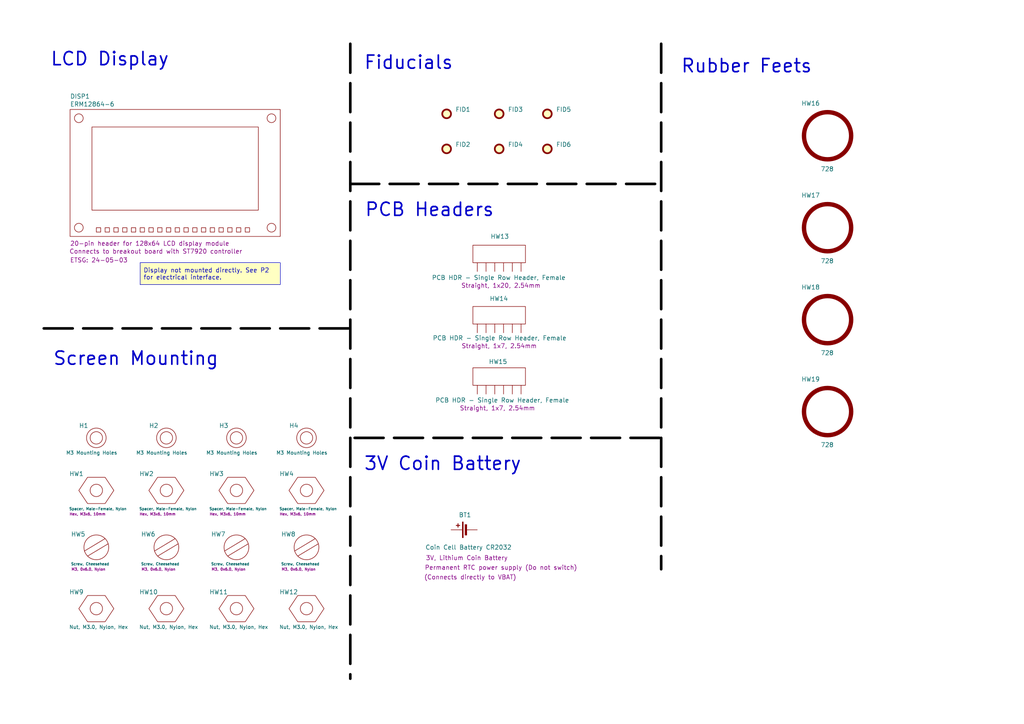
<source format=kicad_sch>
(kicad_sch (version 20250114) (generator "eeschema") (generator_version "9.0")
  (paper "A4")
  (title_block (title "ENGG3800 Team 03: Loggy") (rev "1") (comment 1 "Drawn By: Alvin Owen Antony"))
  (lib_symbols
    (symbol "Device:Battery_Cell" (pin_numbers (hide yes)) (pin_names (offset 0) (hide yes))
      (property "Reference" "BT" (at 2.54 2.54 0))
      (property "Value" "Battery_Cell" (at 2.54 0 0))
      (symbol "Battery_Cell_0_1"
        (rectangle (start -2.286 1.778) (end 2.286 1.524) (fill (type outline)))
        (rectangle (start -1.524 1.016) (end 1.524 0.508) (fill (type outline)))
        (polyline (pts (xy 0 1.778) (xy 0 2.54)))
        (polyline (pts (xy 0 0.762) (xy 0 0)))
        (polyline (pts (xy 0.762 3.048) (xy 1.778 3.048)) (stroke (width 0.254)))
        (polyline (pts (xy 1.27 3.556) (xy 1.27 2.54)) (stroke (width 0.254)))
      )
      (symbol "Battery_Cell_1_1"
        (pin passive line (at 0 5.08 270) (length 2.54) (name "+") (number "1"))
        (pin passive line (at 0 -2.54 90) (length 2.54) (name "-") (number "2"))
      )
    )
    (symbol "Earr_loggy_sym_lib:LCD_Display"
      (property "Reference" "DISP" (at 2.794 -1.524 0))
      (symbol "LCD_Display_0_1"
        (rectangle (start 1.27 -5.08) (end 62.23 -41.91))
        (circle (center 3.81 -7.62) (radius 1.27))
        (circle (center 3.81 -39.37) (radius 1.27))
        (rectangle (start 7.62 -10.16) (end 55.88 -34.29))
        (rectangle (start 8.89 -39.37) (end 10.16 -40.64))
        (rectangle (start 11.43 -39.37) (end 12.7 -40.64))
        (rectangle (start 13.97 -39.37) (end 15.24 -40.64))
        (rectangle (start 16.51 -39.37) (end 17.78 -40.64))
        (rectangle (start 19.05 -39.37) (end 20.32 -40.64))
        (rectangle (start 21.59 -39.37) (end 22.86 -40.64))
        (rectangle (start 24.13 -39.37) (end 25.4 -40.64))
        (rectangle (start 26.67 -39.37) (end 27.94 -40.64))
        (rectangle (start 29.21 -39.37) (end 30.48 -40.64))
        (rectangle (start 31.75 -39.37) (end 33.02 -40.64))
        (rectangle (start 34.29 -39.37) (end 35.56 -40.64))
        (rectangle (start 36.83 -39.37) (end 38.1 -40.64))
        (rectangle (start 39.37 -39.37) (end 40.64 -40.64))
        (rectangle (start 41.91 -39.37) (end 43.18 -40.64))
        (rectangle (start 44.45 -39.37) (end 45.72 -40.64))
        (rectangle (start 46.99 -39.37) (end 48.26 -40.64))
        (rectangle (start 49.53 -39.37) (end 50.8 -40.64))
        (rectangle (start 52.07 -39.37) (end 53.34 -40.64))
        (circle (center 59.69 -7.62) (radius 1.27))
        (circle (center 59.69 -39.37) (radius 1.27))
      )
    )
    (symbol "Earr_loggy_sym_lib:LCD_Header"
      (property "Reference" "HW" (at 2.286 -1.524 0))
      (symbol "LCD_Header_0_1"
        (rectangle (start 1.27 -2.54) (end 16.51 -7.62))
        (rectangle (start 2.54 -7.62) (end 2.54 -10.16))
        (rectangle (start 5.08 -7.62) (end 5.08 -10.16))
        (rectangle (start 7.62 -7.62) (end 7.62 -10.16))
        (rectangle (start 10.16 -7.62) (end 10.16 -10.16))
        (rectangle (start 12.7 -7.62) (end 12.7 -10.16))
        (polyline (pts (xy 15.24 -7.62) (xy 15.24 -10.16)))
      )
    )
    (symbol "Earr_loggy_sym_lib:M3_Mounting_Holes"
      (property "Reference" "H1" (at 0 0 0))
      (symbol "M3_Mounting_Holes_0_1"
        (circle (center 3.81 -3.81) (radius 1.7961))
        (circle (center 3.81 -3.81) (radius 2.8398))
      )
    )
    (symbol "Earr_loggy_sym_lib:Rubber_Feet"
      (property "Reference" "HW" (at 2.032 -1.27 0))
      (symbol "Rubber_Feet_1_1"
        (circle (center 8.89 -10.16) (radius 6.8392) (stroke (width 1.27)))
      )
    )
    (symbol "Earr_loggy_sym_lib:Screw"
      (property "Reference" "HW" (at 1.524 -1.016 0))
      (symbol "Screw_0_1"
        (circle (center 6.35 -6.35) (radius 3.5921))
        (polyline (pts (xy 8.8732 -3.8267) (xy 2.9244 -7.405)))
        (polyline (pts (xy 9.7731 -5.3267) (xy 3.8686 -8.8565)))
      )
    )
    (symbol "Earr_loggy_sym_lib:Spacer"
      (property "Reference" "HW1" (at 2.286 -1.27 0))
      (symbol "Spacer_0_1"
        (polyline (pts (xy 5.08 -3.81) (xy 10.16 -3.81) (xy 12.7 -7.62) (xy 10.16 -11.43) (xy 5.08 -11.43) (xy 2.54 -7.62) (xy 5.08 -3.81)))
        (circle (center 7.62 -7.62) (radius 1.7961))
      )
    )
    (symbol "Mechanical:Fiducial" (exclude_from_sim yes) (in_bom no)
      (property "Reference" "FID" (at 0 5.08 0))
      (property "Value" "Fiducial" (at 0 3.175 0))
      (symbol "Fiducial_0_1"
        (circle (center 0 0) (radius 1.27) (stroke (width 0.508)) (fill (type background)))
      )
    )
  )
  (text "3V Coin Battery\n" (at 105.41 134.62 0) (effects (font (size 3.81 3.81) (thickness 0.4763)) (justify left)))
  (text "PCB Headers" (at 105.664 60.96 0) (effects (font (size 3.81 3.81) (thickness 0.4763)) (justify left)))
  (text "Screen Mounting" (at 15.24 104.14 0) (effects (font (size 3.81 3.81) (thickness 0.4763)) (justify left)))
  (text "Rubber Feets" (at 197.358 19.304 0) (effects (font (size 3.81 3.81) (thickness 0.4763)) (justify left)))
  (text "Fiducials\n" (at 105.41 18.288 0) (effects (font (size 3.81 3.81) (thickness 0.4763)) (justify left)))
  (text "LCD Display\n" (at 14.478 17.272 0) (effects (font (size 3.81 3.81) (thickness 0.4763)) (justify left)))
  (text_box "Display not mounted directly. See P2 for electrical interface.\n" (at 40.64 76.2 0) (size 40.64 6.35) (margins 0.9525 0.9525 0.9525 0.9525) (fill (type color) (color 255 255 194 1)) (effects (font (size 1.27 1.27)) (justify left)))
  (polyline (pts (xy 191.77 12.7) (xy 191.77 165.1)) (stroke (width 0.762) (type dash) (color 0 0 0 1)))
  (polyline (pts (xy 102.87 127) (xy 191.77 127)) (stroke (width 0.762) (type dash) (color 0 0 0 1)))
  (polyline (pts (xy 12.7 95.25) (xy 101.6 95.25)) (stroke (width 0.762) (type dash) (color 0 0 0 1)))
  (polyline (pts (xy 101.6 12.7) (xy 101.6 196.85)) (stroke (width 0.762) (type dash) (color 0 0 0 1)))
  (polyline (pts (xy 101.6 53.34) (xy 190.5 53.34)) (stroke (width 0.762) (type dash) (color 0 0 0 1)))
  (symbol (lib_id "Earr_loggy_sym_lib:Spacer") (at 60.96 168.91 0) (unit 1)
    (property "Reference" "HW11" (at 60.706 171.704 0) (effects (justify left)))
    (property "Value" "Nut, M3.0, Nylon, Hex" (at 60.706 181.864 0) (effects (font (size 1.016 1.016)) (justify left)))
    (property "Description" "Hex, M3x6, 10mm" (effects (hide yes)))
  )
  (symbol (lib_id "Earr_loggy_sym_lib:Spacer") (at 20.32 168.91 0) (unit 1)
    (property "Reference" "HW9" (at 20.066 171.704 0) (effects (justify left)))
    (property "Value" "Nut, M3.0, Nylon, Hex" (at 20.066 181.864 0) (effects (font (size 1.016 1.016)) (justify left)))
    (property "Description" "Hex, M3x6, 10mm" (effects (hide yes)))
  )
  (symbol (lib_id "Earr_loggy_sym_lib:Spacer") (at 40.64 134.62 0) (unit 1)
    (property "Reference" "HW2" (at 40.386 137.414 0) (effects (justify left)))
    (property "Value" "Spacer, Male-Female, Nylon" (at 40.386 147.574 0) (effects (font (size 0.762 0.762)) (justify left)))
    (property "Description" "Hex, M3x6, 10mm" (at 45.72 149.098 0) (effects (font (size 0.762 0.762))))
  )
  (symbol (lib_id "Earr_loggy_sym_lib:M3_Mounting_Holes") (at 92.71 123.19 0) (mirror y) (unit 1)
    (property "Reference" "H4" (at 86.614 123.444 0) (effects (justify left)))
    (property "Value" "M3 Mounting Holes" (at 94.996 131.318 0) (effects (font (size 1.016 1.016)) (justify left)))
  )
  (symbol (lib_id "Earr_loggy_sym_lib:M3_Mounting_Holes") (at 31.75 123.19 0) (mirror y) (unit 1)
    (property "Reference" "H1" (at 25.654 123.444 0) (effects (justify left)))
    (property "Value" "M3 Mounting Holes" (at 34.036 131.318 0) (effects (font (size 1.016 1.016)) (justify left)))
  )
  (symbol (lib_id "Earr_loggy_sym_lib:LCD_Header") (at 135.89 86.36 0) (unit 1)
    (property "Reference" "HW14" (at 141.986 86.614 0) (effects (justify left)))
    (property "Value" "PCB HDR - Single Row Header, Female" (at 125.476 98.044 0) (effects (justify left)))
    (property "Description" "Straight, 1x7, 2.54mm" (at 144.78 100.33 0))
  )
  (symbol (lib_id "Earr_loggy_sym_lib:LCD_Header") (at 135.89 68.58 0) (unit 1)
    (property "Reference" "HW13" (at 142.24 68.58 0) (effects (justify left)))
    (property "Value" "PCB HDR - Single Row Header, Female" (at 125.222 80.518 0) (effects (justify left)))
    (property "Description" "Straight, 1x20, 2.54mm" (at 145.288 82.804 0))
  )
  (symbol (lib_id "Mechanical:Fiducial") (at 129.54 33.02 0) (unit 1) (in_bom no)
    (property "Reference" "FID1" (at 132.08 31.7499 0) (effects (justify left)))
    (property "Value" "Fiducial" (effects (hide yes)))
    (property "Footprint" "kicad_footprint-library-engg3800-alvin:Fiducial_3mm_Mask6mm_custom_reuben" (effects (hide yes)))
    (property "Description" "Fiducial Marker" (effects (hide yes)))
  )
  (symbol (lib_id "Earr_loggy_sym_lib:Spacer") (at 81.28 168.91 0) (unit 1)
    (property "Reference" "HW12" (at 81.026 171.704 0) (effects (justify left)))
    (property "Value" "Nut, M3.0, Nylon, Hex" (at 81.026 181.864 0) (effects (font (size 1.016 1.016)) (justify left)))
    (property "Description" "Hex, M3x6, 10mm" (effects (hide yes)))
  )
  (symbol (lib_id "Earr_loggy_sym_lib:Rubber_Feet") (at 231.14 29.21 0) (unit 1)
    (property "Reference" "HW16" (at 232.41 29.972 0) (effects (justify left)))
    (property "Value" "728" (at 237.998 49.022 0) (effects (justify left)))
  )
  (symbol (lib_id "Device:Battery_Cell") (at 135.89 153.67 90) (unit 1)
    (property "Reference" "BT1" (at 134.874 149.352 90))
    (property "Value" "Coin Cell Battery CR2032" (at 135.89 158.75 90))
    (property "Description" "3V, Lithium Coin Battery" (at 135.382 161.798 90))
    (property "Field5" "Permanent RTC power supply (Do not switch) " (at 145.796 164.592 90))
    (property "Field6" "(Connects directly to VBAT)" (at 136.398 167.386 90))
  )
  (symbol (lib_id "Earr_loggy_sym_lib:Spacer") (at 81.28 134.62 0) (unit 1)
    (property "Reference" "HW4" (at 81.026 137.414 0) (effects (justify left)))
    (property "Value" "Spacer, Male-Female, Nylon" (at 81.026 147.574 0) (effects (font (size 0.762 0.762)) (justify left)))
    (property "Description" "Hex, M3x6, 10mm" (at 86.36 149.098 0) (effects (font (size 0.762 0.762))))
  )
  (symbol (lib_id "Earr_loggy_sym_lib:Spacer") (at 60.96 134.62 0) (unit 1)
    (property "Reference" "HW3" (at 60.706 137.414 0) (effects (justify left)))
    (property "Value" "Spacer, Male-Female, Nylon" (at 60.706 147.574 0) (effects (font (size 0.762 0.762)) (justify left)))
    (property "Description" "Hex, M3x6, 10mm" (at 66.04 149.098 0) (effects (font (size 0.762 0.762))))
  )
  (symbol (lib_id "Earr_loggy_sym_lib:Rubber_Feet") (at 231.14 109.22 0) (unit 1)
    (property "Reference" "HW19" (at 232.41 109.982 0) (effects (justify left)))
    (property "Value" "728" (at 237.998 129.032 0) (effects (justify left)))
  )
  (symbol (lib_id "Mechanical:Fiducial") (at 158.75 33.02 0) (unit 1) (in_bom no)
    (property "Reference" "FID5" (at 161.29 31.7499 0) (effects (justify left)))
    (property "Value" "Fiducial" (effects (hide yes)))
    (property "Footprint" "kicad_footprint-library-engg3800-alvin:Fiducial_3mm_Mask6mm_custom_reuben" (effects (hide yes)))
    (property "Description" "Fiducial Marker" (effects (hide yes)))
  )
  (symbol (lib_id "Earr_loggy_sym_lib:M3_Mounting_Holes") (at 72.39 123.19 0) (mirror y) (unit 1)
    (property "Reference" "H3" (at 66.294 123.444 0) (effects (justify left)))
    (property "Value" "M3 Mounting Holes" (at 74.676 131.318 0) (effects (font (size 1.016 1.016)) (justify left)))
  )
  (symbol (lib_id "Earr_loggy_sym_lib:Spacer") (at 40.64 168.91 0) (unit 1)
    (property "Reference" "HW10" (at 40.386 171.704 0) (effects (justify left)))
    (property "Value" "Nut, M3.0, Nylon, Hex" (at 40.386 181.864 0) (effects (font (size 1.016 1.016)) (justify left)))
    (property "Description" "Hex, M3x6, 10mm" (effects (hide yes)))
  )
  (symbol (lib_id "Earr_loggy_sym_lib:LCD_Display") (at 19.05 26.67 0) (unit 1)
    (property "Reference" "DISP1" (at 20.32 27.94 0) (effects (justify left)))
    (property "Value" "ERM12864-6" (at 20.32 30.226 0) (effects (justify left)))
    (property "Description" "20-pin header for 128x64 LCD display module" (at 43.434 70.612 0))
    (property "Field6" "Connects to breakout board with ST7920 controller" (at 45.212 72.898 0))
    (property "Field5" " ETSG: 24-05-03" (at 28.194 75.438 0))
  )
  (symbol (lib_id "Mechanical:Fiducial") (at 144.78 33.02 0) (unit 1) (in_bom no)
    (property "Reference" "FID3" (at 147.32 31.7499 0) (effects (justify left)))
    (property "Value" "Fiducial" (effects (hide yes)))
    (property "Footprint" "kicad_footprint-library-engg3800-alvin:Fiducial_3mm_Mask6mm_custom_reuben" (effects (hide yes)))
    (property "Description" "Fiducial Marker" (effects (hide yes)))
  )
  (symbol (lib_id "Earr_loggy_sym_lib:Rubber_Feet") (at 231.14 55.88 0) (unit 1)
    (property "Reference" "HW17" (at 232.41 56.642 0) (effects (justify left)))
    (property "Value" "728" (at 237.998 75.692 0) (effects (justify left)))
  )
  (symbol (lib_id "Mechanical:Fiducial") (at 144.78 43.18 0) (unit 1) (in_bom no)
    (property "Reference" "FID4" (at 147.32 41.9099 0) (effects (justify left)))
    (property "Value" "Fiducial" (effects (hide yes)))
    (property "Footprint" "kicad_footprint-library-engg3800-alvin:Fiducial_3mm_Mask6mm_custom_reuben" (effects (hide yes)))
    (property "Description" "Fiducial Marker" (effects (hide yes)))
  )
  (symbol (lib_id "Mechanical:Fiducial") (at 129.54 43.18 0) (unit 1) (in_bom no)
    (property "Reference" "FID2" (at 132.08 41.9099 0) (effects (justify left)))
    (property "Value" "Fiducial" (effects (hide yes)))
    (property "Footprint" "kicad_footprint-library-engg3800-alvin:Fiducial_3mm_Mask6mm_custom_reuben" (effects (hide yes)))
    (property "Description" "Fiducial Marker" (effects (hide yes)))
  )
  (symbol (lib_id "Mechanical:Fiducial") (at 158.75 43.18 0) (unit 1) (in_bom no)
    (property "Reference" "FID6" (at 161.29 41.9099 0) (effects (justify left)))
    (property "Value" "Fiducial" (effects (hide yes)))
    (property "Footprint" "kicad_footprint-library-engg3800-alvin:Fiducial_3mm_Mask6mm_custom_reuben" (effects (hide yes)))
    (property "Description" "Fiducial Marker" (effects (hide yes)))
  )
  (symbol (lib_id "Earr_loggy_sym_lib:Screw") (at 82.55 152.4 0) (unit 1)
    (property "Reference" "HW8" (at 81.534 154.94 0) (effects (justify left)))
    (property "Value" "Screw, Cheesehead" (at 81.534 163.576 0) (effects (font (size 0.762 0.762)) (justify left)))
    (property "Description" "M3, 0x6.0, Nylon" (at 86.614 165.1 0) (effects (font (size 0.762 0.762))))
  )
  (symbol (lib_id "Earr_loggy_sym_lib:Screw") (at 21.59 152.4 0) (unit 1)
    (property "Reference" "HW5" (at 20.574 154.94 0) (effects (justify left)))
    (property "Value" "Screw, Cheesehead" (at 20.574 163.576 0) (effects (font (size 0.762 0.762)) (justify left)))
    (property "Description" "M3, 0x6.0, Nylon" (at 25.654 165.1 0) (effects (font (size 0.762 0.762))))
  )
  (symbol (lib_id "Earr_loggy_sym_lib:Screw") (at 62.23 152.4 0) (unit 1)
    (property "Reference" "HW7" (at 61.214 154.94 0) (effects (justify left)))
    (property "Value" "Screw, Cheesehead" (at 61.214 163.576 0) (effects (font (size 0.762 0.762)) (justify left)))
    (property "Description" "M3, 0x6.0, Nylon" (at 66.294 165.1 0) (effects (font (size 0.762 0.762))))
  )
  (symbol (lib_id "Earr_loggy_sym_lib:Rubber_Feet") (at 231.14 82.55 0) (unit 1)
    (property "Reference" "HW18" (at 232.41 83.312 0) (effects (justify left)))
    (property "Value" "728" (at 237.998 102.362 0) (effects (justify left)))
  )
  (symbol (lib_id "Earr_loggy_sym_lib:Screw") (at 41.91 152.4 0) (unit 1)
    (property "Reference" "HW6" (at 40.894 154.94 0) (effects (justify left)))
    (property "Value" "Screw, Cheesehead" (at 40.894 163.576 0) (effects (font (size 0.762 0.762)) (justify left)))
    (property "Description" "M3, 0x6.0, Nylon" (at 45.974 165.1 0) (effects (font (size 0.762 0.762))))
  )
  (symbol (lib_id "Earr_loggy_sym_lib:Spacer") (at 20.32 134.62 0) (unit 1)
    (property "Reference" "HW1" (at 20.066 137.414 0) (effects (justify left)))
    (property "Value" "Spacer, Male-Female, Nylon" (at 20.066 147.574 0) (effects (font (size 0.762 0.762)) (justify left)))
    (property "Description" "Hex, M3x6, 10mm" (at 25.4 149.098 0) (effects (font (size 0.762 0.762))))
  )
  (symbol (lib_id "Earr_loggy_sym_lib:LCD_Header") (at 135.89 104.14 0) (unit 1)
    (property "Reference" "HW15" (at 141.732 104.902 0) (effects (justify left)))
    (property "Value" "PCB HDR - Single Row Header, Female" (at 126.238 116.078 0) (effects (justify left)))
    (property "Description" "Straight, 1x7, 2.54mm" (at 144.272 118.364 0))
  )
  (symbol (lib_id "Earr_loggy_sym_lib:M3_Mounting_Holes") (at 52.07 123.19 0) (mirror y) (unit 1)
    (property "Reference" "H2" (at 45.974 123.444 0) (effects (justify left)))
    (property "Value" "M3 Mounting Holes" (at 54.356 131.318 0) (effects (font (size 1.016 1.016)) (justify left)))
  )
)
</source>
